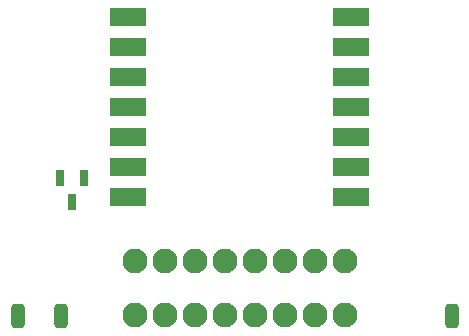
<source format=gbr>
%TF.GenerationSoftware,KiCad,Pcbnew,(6.0.9-0)*%
%TF.CreationDate,2022-12-21T15:53:10-08:00*%
%TF.ProjectId,trackball,74726163-6b62-4616-9c6c-2e6b69636164,v01*%
%TF.SameCoordinates,Original*%
%TF.FileFunction,Soldermask,Top*%
%TF.FilePolarity,Negative*%
%FSLAX46Y46*%
G04 Gerber Fmt 4.6, Leading zero omitted, Abs format (unit mm)*
G04 Created by KiCad (PCBNEW (6.0.9-0)) date 2022-12-21 15:53:10*
%MOMM*%
%LPD*%
G01*
G04 APERTURE LIST*
G04 Aperture macros list*
%AMRoundRect*
0 Rectangle with rounded corners*
0 $1 Rounding radius*
0 $2 $3 $4 $5 $6 $7 $8 $9 X,Y pos of 4 corners*
0 Add a 4 corners polygon primitive as box body*
4,1,4,$2,$3,$4,$5,$6,$7,$8,$9,$2,$3,0*
0 Add four circle primitives for the rounded corners*
1,1,$1+$1,$2,$3*
1,1,$1+$1,$4,$5*
1,1,$1+$1,$6,$7*
1,1,$1+$1,$8,$9*
0 Add four rect primitives between the rounded corners*
20,1,$1+$1,$2,$3,$4,$5,0*
20,1,$1+$1,$4,$5,$6,$7,0*
20,1,$1+$1,$6,$7,$8,$9,0*
20,1,$1+$1,$8,$9,$2,$3,0*%
G04 Aperture macros list end*
%ADD10RoundRect,0.050800X-1.500000X0.750000X-1.500000X-0.750000X1.500000X-0.750000X1.500000X0.750000X0*%
%ADD11RoundRect,0.050800X-0.279400X0.660400X-0.279400X-0.660400X0.279400X-0.660400X0.279400X0.660400X0*%
%ADD12RoundRect,0.300800X-0.250000X-0.750000X0.250000X-0.750000X0.250000X0.750000X-0.250000X0.750000X0*%
%ADD13C,2.101600*%
G04 APERTURE END LIST*
D10*
%TO.C,U1*%
X135050000Y-123380000D03*
X135050000Y-125920000D03*
X135050000Y-128460000D03*
X135050000Y-131000000D03*
X135050000Y-133540000D03*
X135050000Y-136080000D03*
X135050000Y-138620000D03*
X153950000Y-123380000D03*
X153950000Y-125920000D03*
X153950000Y-128460000D03*
X153950000Y-131000000D03*
X153950000Y-133540000D03*
X153950000Y-136080000D03*
X153950000Y-138620000D03*
%TD*%
D11*
%TO.C,Q1*%
X131332000Y-137000000D03*
X129300000Y-137000000D03*
X130316000Y-139032000D03*
%TD*%
D12*
%TO.C,+*%
X129400000Y-148650000D03*
%TD*%
%TO.C,-*%
X125696304Y-148650000D03*
%TD*%
%TO.C,J3*%
X162450000Y-148650000D03*
%TD*%
D13*
%TO.C,U2*%
X153390000Y-144000000D03*
X150850000Y-144000000D03*
X148310000Y-144000000D03*
X145770000Y-144000000D03*
X143230000Y-144000000D03*
X140690000Y-144000000D03*
X138150000Y-144000000D03*
X135610000Y-144000000D03*
%TD*%
%TO.C,U3*%
X135610000Y-148600000D03*
X138150000Y-148600000D03*
X140690000Y-148600000D03*
X143230000Y-148600000D03*
X145770000Y-148600000D03*
X148310000Y-148600000D03*
X150850000Y-148600000D03*
X153390000Y-148600000D03*
%TD*%
M02*

</source>
